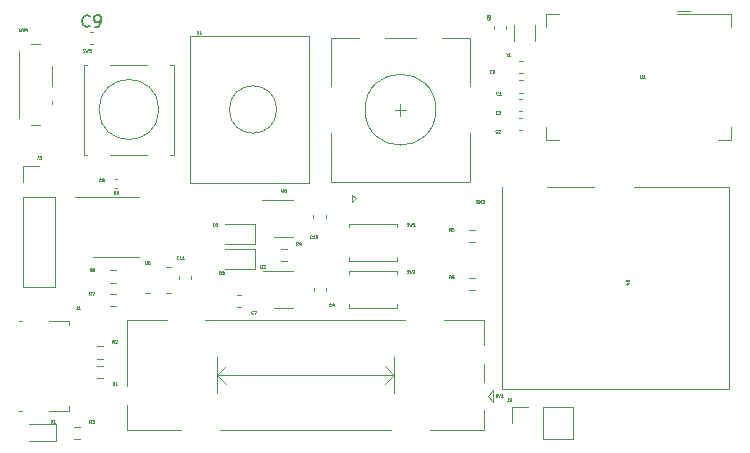
<source format=gbr>
%TF.GenerationSoftware,KiCad,Pcbnew,(6.0.6-0)*%
%TF.CreationDate,2023-05-14T21:26:16-05:00*%
%TF.ProjectId,MHC_MAIN_REV_2,4d48435f-4d41-4494-9e5f-5245565f322e,rev?*%
%TF.SameCoordinates,Original*%
%TF.FileFunction,Legend,Top*%
%TF.FilePolarity,Positive*%
%FSLAX46Y46*%
G04 Gerber Fmt 4.6, Leading zero omitted, Abs format (unit mm)*
G04 Created by KiCad (PCBNEW (6.0.6-0)) date 2023-05-14 21:26:16*
%MOMM*%
%LPD*%
G01*
G04 APERTURE LIST*
%ADD10C,0.062500*%
%ADD11C,0.150000*%
%ADD12C,0.120000*%
%ADD13C,0.100000*%
G04 APERTURE END LIST*
D10*
%TO.C,U6*%
X28841723Y-42687495D02*
X28841723Y-42889876D01*
X28853628Y-42913685D01*
X28865533Y-42925590D01*
X28889342Y-42937495D01*
X28936961Y-42937495D01*
X28960771Y-42925590D01*
X28972676Y-42913685D01*
X28984580Y-42889876D01*
X28984580Y-42687495D01*
X29210771Y-42687495D02*
X29163152Y-42687495D01*
X29139342Y-42699400D01*
X29127438Y-42711304D01*
X29103628Y-42747019D01*
X29091723Y-42794638D01*
X29091723Y-42889876D01*
X29103628Y-42913685D01*
X29115533Y-42925590D01*
X29139342Y-42937495D01*
X29186961Y-42937495D01*
X29210771Y-42925590D01*
X29222676Y-42913685D01*
X29234580Y-42889876D01*
X29234580Y-42830352D01*
X29222676Y-42806542D01*
X29210771Y-42794638D01*
X29186961Y-42782733D01*
X29139342Y-42782733D01*
X29115533Y-42794638D01*
X29103628Y-42806542D01*
X29091723Y-42830352D01*
D11*
%TO.C,C9*%
X24146133Y-22760342D02*
X24098514Y-22807961D01*
X23955657Y-22855580D01*
X23860419Y-22855580D01*
X23717561Y-22807961D01*
X23622323Y-22712723D01*
X23574704Y-22617485D01*
X23527085Y-22427009D01*
X23527085Y-22284152D01*
X23574704Y-22093676D01*
X23622323Y-21998438D01*
X23717561Y-21903200D01*
X23860419Y-21855580D01*
X23955657Y-21855580D01*
X24098514Y-21903200D01*
X24146133Y-21950819D01*
X24622323Y-22855580D02*
X24812800Y-22855580D01*
X24908038Y-22807961D01*
X24955657Y-22760342D01*
X25050895Y-22617485D01*
X25098514Y-22427009D01*
X25098514Y-22046057D01*
X25050895Y-21950819D01*
X25003276Y-21903200D01*
X24908038Y-21855580D01*
X24717561Y-21855580D01*
X24622323Y-21903200D01*
X24574704Y-21950819D01*
X24527085Y-22046057D01*
X24527085Y-22284152D01*
X24574704Y-22379390D01*
X24622323Y-22427009D01*
X24717561Y-22474628D01*
X24908038Y-22474628D01*
X25003276Y-22427009D01*
X25050895Y-22379390D01*
X25098514Y-22284152D01*
D10*
%TO.C,S1*%
X33210523Y-23418390D02*
X33246238Y-23430295D01*
X33305761Y-23430295D01*
X33329571Y-23418390D01*
X33341476Y-23406485D01*
X33353380Y-23382676D01*
X33353380Y-23358866D01*
X33341476Y-23335057D01*
X33329571Y-23323152D01*
X33305761Y-23311247D01*
X33258142Y-23299342D01*
X33234333Y-23287438D01*
X33222428Y-23275533D01*
X33210523Y-23251723D01*
X33210523Y-23227914D01*
X33222428Y-23204104D01*
X33234333Y-23192200D01*
X33258142Y-23180295D01*
X33317666Y-23180295D01*
X33353380Y-23192200D01*
X33591476Y-23430295D02*
X33448619Y-23430295D01*
X33520047Y-23430295D02*
X33520047Y-23180295D01*
X33496238Y-23216009D01*
X33472428Y-23239819D01*
X33448619Y-23251723D01*
%TO.C,U4*%
X69826904Y-44259523D02*
X69624523Y-44259523D01*
X69600714Y-44271428D01*
X69588809Y-44283333D01*
X69576904Y-44307142D01*
X69576904Y-44354761D01*
X69588809Y-44378571D01*
X69600714Y-44390476D01*
X69624523Y-44402380D01*
X69826904Y-44402380D01*
X69743571Y-44628571D02*
X69576904Y-44628571D01*
X69838809Y-44569047D02*
X69660238Y-44509523D01*
X69660238Y-44664285D01*
%TO.C,SW4*%
X18183266Y-23215190D02*
X18218980Y-23227095D01*
X18278504Y-23227095D01*
X18302314Y-23215190D01*
X18314219Y-23203285D01*
X18326123Y-23179476D01*
X18326123Y-23155666D01*
X18314219Y-23131857D01*
X18302314Y-23119952D01*
X18278504Y-23108047D01*
X18230885Y-23096142D01*
X18207076Y-23084238D01*
X18195171Y-23072333D01*
X18183266Y-23048523D01*
X18183266Y-23024714D01*
X18195171Y-23000904D01*
X18207076Y-22989000D01*
X18230885Y-22977095D01*
X18290409Y-22977095D01*
X18326123Y-22989000D01*
X18409457Y-22977095D02*
X18468980Y-23227095D01*
X18516600Y-23048523D01*
X18564219Y-23227095D01*
X18623742Y-22977095D01*
X18826123Y-23060428D02*
X18826123Y-23227095D01*
X18766600Y-22965190D02*
X18707076Y-23143761D01*
X18861838Y-23143761D01*
%TO.C,SW3*%
X56867466Y-37743990D02*
X56903180Y-37755895D01*
X56962704Y-37755895D01*
X56986514Y-37743990D01*
X56998419Y-37732085D01*
X57010323Y-37708276D01*
X57010323Y-37684466D01*
X56998419Y-37660657D01*
X56986514Y-37648752D01*
X56962704Y-37636847D01*
X56915085Y-37624942D01*
X56891276Y-37613038D01*
X56879371Y-37601133D01*
X56867466Y-37577323D01*
X56867466Y-37553514D01*
X56879371Y-37529704D01*
X56891276Y-37517800D01*
X56915085Y-37505895D01*
X56974609Y-37505895D01*
X57010323Y-37517800D01*
X57093657Y-37505895D02*
X57153180Y-37755895D01*
X57200800Y-37577323D01*
X57248419Y-37755895D01*
X57307942Y-37505895D01*
X57379371Y-37505895D02*
X57534133Y-37505895D01*
X57450800Y-37601133D01*
X57486514Y-37601133D01*
X57510323Y-37613038D01*
X57522228Y-37624942D01*
X57534133Y-37648752D01*
X57534133Y-37708276D01*
X57522228Y-37732085D01*
X57510323Y-37743990D01*
X57486514Y-37755895D01*
X57415085Y-37755895D01*
X57391276Y-37743990D01*
X57379371Y-37732085D01*
%TO.C,D3*%
X34588076Y-39711695D02*
X34588076Y-39461695D01*
X34647600Y-39461695D01*
X34683314Y-39473600D01*
X34707123Y-39497409D01*
X34719028Y-39521219D01*
X34730933Y-39568838D01*
X34730933Y-39604552D01*
X34719028Y-39652171D01*
X34707123Y-39675980D01*
X34683314Y-39699790D01*
X34647600Y-39711695D01*
X34588076Y-39711695D01*
X34814266Y-39461695D02*
X34969028Y-39461695D01*
X34885695Y-39556933D01*
X34921409Y-39556933D01*
X34945219Y-39568838D01*
X34957123Y-39580742D01*
X34969028Y-39604552D01*
X34969028Y-39664076D01*
X34957123Y-39687885D01*
X34945219Y-39699790D01*
X34921409Y-39711695D01*
X34849980Y-39711695D01*
X34826171Y-39699790D01*
X34814266Y-39687885D01*
%TO.C,U3*%
X26189523Y-36718495D02*
X26189523Y-36920876D01*
X26201428Y-36944685D01*
X26213333Y-36956590D01*
X26237142Y-36968495D01*
X26284761Y-36968495D01*
X26308571Y-36956590D01*
X26320476Y-36944685D01*
X26332380Y-36920876D01*
X26332380Y-36718495D01*
X26427619Y-36718495D02*
X26582380Y-36718495D01*
X26499047Y-36813733D01*
X26534761Y-36813733D01*
X26558571Y-36825638D01*
X26570476Y-36837542D01*
X26582380Y-36861352D01*
X26582380Y-36920876D01*
X26570476Y-36944685D01*
X26558571Y-36956590D01*
X26534761Y-36968495D01*
X26463333Y-36968495D01*
X26439523Y-36956590D01*
X26427619Y-36944685D01*
%TO.C,SW5*%
X23568066Y-24967790D02*
X23603780Y-24979695D01*
X23663304Y-24979695D01*
X23687114Y-24967790D01*
X23699019Y-24955885D01*
X23710923Y-24932076D01*
X23710923Y-24908266D01*
X23699019Y-24884457D01*
X23687114Y-24872552D01*
X23663304Y-24860647D01*
X23615685Y-24848742D01*
X23591876Y-24836838D01*
X23579971Y-24824933D01*
X23568066Y-24801123D01*
X23568066Y-24777314D01*
X23579971Y-24753504D01*
X23591876Y-24741600D01*
X23615685Y-24729695D01*
X23675209Y-24729695D01*
X23710923Y-24741600D01*
X23794257Y-24729695D02*
X23853780Y-24979695D01*
X23901400Y-24801123D01*
X23949019Y-24979695D01*
X24008542Y-24729695D01*
X24222828Y-24729695D02*
X24103780Y-24729695D01*
X24091876Y-24848742D01*
X24103780Y-24836838D01*
X24127590Y-24824933D01*
X24187114Y-24824933D01*
X24210923Y-24836838D01*
X24222828Y-24848742D01*
X24234733Y-24872552D01*
X24234733Y-24932076D01*
X24222828Y-24955885D01*
X24210923Y-24967790D01*
X24187114Y-24979695D01*
X24127590Y-24979695D01*
X24103780Y-24967790D01*
X24091876Y-24955885D01*
%TO.C,J2*%
X59581266Y-54295295D02*
X59581266Y-54473866D01*
X59569361Y-54509580D01*
X59545552Y-54533390D01*
X59509838Y-54545295D01*
X59486028Y-54545295D01*
X59688409Y-54319104D02*
X59700314Y-54307200D01*
X59724123Y-54295295D01*
X59783647Y-54295295D01*
X59807457Y-54307200D01*
X59819361Y-54319104D01*
X59831266Y-54342914D01*
X59831266Y-54366723D01*
X59819361Y-54402438D01*
X59676504Y-54545295D01*
X59831266Y-54545295D01*
%TO.C,Y1*%
X59443952Y-25165447D02*
X59443952Y-25284495D01*
X59360619Y-25034495D02*
X59443952Y-25165447D01*
X59527285Y-25034495D01*
X59741571Y-25284495D02*
X59598714Y-25284495D01*
X59670142Y-25284495D02*
X59670142Y-25034495D01*
X59646333Y-25070209D01*
X59622523Y-25094019D01*
X59598714Y-25105923D01*
%TO.C,C7*%
X37982133Y-47130085D02*
X37970228Y-47141990D01*
X37934514Y-47153895D01*
X37910704Y-47153895D01*
X37874990Y-47141990D01*
X37851180Y-47118180D01*
X37839276Y-47094371D01*
X37827371Y-47046752D01*
X37827371Y-47011038D01*
X37839276Y-46963419D01*
X37851180Y-46939609D01*
X37874990Y-46915800D01*
X37910704Y-46903895D01*
X37934514Y-46903895D01*
X37970228Y-46915800D01*
X37982133Y-46927704D01*
X38065466Y-46903895D02*
X38232133Y-46903895D01*
X38124990Y-47153895D01*
%TO.C,C11*%
X31665485Y-42481885D02*
X31653580Y-42493790D01*
X31617866Y-42505695D01*
X31594057Y-42505695D01*
X31558342Y-42493790D01*
X31534533Y-42469980D01*
X31522628Y-42446171D01*
X31510723Y-42398552D01*
X31510723Y-42362838D01*
X31522628Y-42315219D01*
X31534533Y-42291409D01*
X31558342Y-42267600D01*
X31594057Y-42255695D01*
X31617866Y-42255695D01*
X31653580Y-42267600D01*
X31665485Y-42279504D01*
X31903580Y-42505695D02*
X31760723Y-42505695D01*
X31832152Y-42505695D02*
X31832152Y-42255695D01*
X31808342Y-42291409D01*
X31784533Y-42315219D01*
X31760723Y-42327123D01*
X32141676Y-42505695D02*
X31998819Y-42505695D01*
X32070247Y-42505695D02*
X32070247Y-42255695D01*
X32046438Y-42291409D01*
X32022628Y-42315219D01*
X31998819Y-42327123D01*
%TO.C,J1*%
X23079866Y-46522895D02*
X23079866Y-46701466D01*
X23067961Y-46737180D01*
X23044152Y-46760990D01*
X23008438Y-46772895D01*
X22984628Y-46772895D01*
X23329866Y-46772895D02*
X23187009Y-46772895D01*
X23258438Y-46772895D02*
X23258438Y-46522895D01*
X23234628Y-46558609D01*
X23210819Y-46582419D01*
X23187009Y-46594323D01*
%TO.C,R7*%
X24266133Y-45553695D02*
X24182800Y-45434647D01*
X24123276Y-45553695D02*
X24123276Y-45303695D01*
X24218514Y-45303695D01*
X24242323Y-45315600D01*
X24254228Y-45327504D01*
X24266133Y-45351314D01*
X24266133Y-45387028D01*
X24254228Y-45410838D01*
X24242323Y-45422742D01*
X24218514Y-45434647D01*
X24123276Y-45434647D01*
X24349466Y-45303695D02*
X24516133Y-45303695D01*
X24408990Y-45553695D01*
%TO.C,D2*%
X35121476Y-43801095D02*
X35121476Y-43551095D01*
X35181000Y-43551095D01*
X35216714Y-43563000D01*
X35240523Y-43586809D01*
X35252428Y-43610619D01*
X35264333Y-43658238D01*
X35264333Y-43693952D01*
X35252428Y-43741571D01*
X35240523Y-43765380D01*
X35216714Y-43789190D01*
X35181000Y-43801095D01*
X35121476Y-43801095D01*
X35359571Y-43574904D02*
X35371476Y-43563000D01*
X35395285Y-43551095D01*
X35454809Y-43551095D01*
X35478619Y-43563000D01*
X35490523Y-43574904D01*
X35502428Y-43598714D01*
X35502428Y-43622523D01*
X35490523Y-43658238D01*
X35347666Y-43801095D01*
X35502428Y-43801095D01*
%TO.C,C6*%
X58175133Y-26708485D02*
X58163228Y-26720390D01*
X58127514Y-26732295D01*
X58103704Y-26732295D01*
X58067990Y-26720390D01*
X58044180Y-26696580D01*
X58032276Y-26672771D01*
X58020371Y-26625152D01*
X58020371Y-26589438D01*
X58032276Y-26541819D01*
X58044180Y-26518009D01*
X58067990Y-26494200D01*
X58103704Y-26482295D01*
X58127514Y-26482295D01*
X58163228Y-26494200D01*
X58175133Y-26506104D01*
X58389419Y-26482295D02*
X58341800Y-26482295D01*
X58317990Y-26494200D01*
X58306085Y-26506104D01*
X58282276Y-26541819D01*
X58270371Y-26589438D01*
X58270371Y-26684676D01*
X58282276Y-26708485D01*
X58294180Y-26720390D01*
X58317990Y-26732295D01*
X58365609Y-26732295D01*
X58389419Y-26720390D01*
X58401323Y-26708485D01*
X58413228Y-26684676D01*
X58413228Y-26625152D01*
X58401323Y-26601342D01*
X58389419Y-26589438D01*
X58365609Y-26577533D01*
X58317990Y-26577533D01*
X58294180Y-26589438D01*
X58282276Y-26601342D01*
X58270371Y-26625152D01*
%TO.C,U2*%
X38595323Y-43017695D02*
X38595323Y-43220076D01*
X38607228Y-43243885D01*
X38619133Y-43255790D01*
X38642942Y-43267695D01*
X38690561Y-43267695D01*
X38714371Y-43255790D01*
X38726276Y-43243885D01*
X38738180Y-43220076D01*
X38738180Y-43017695D01*
X38845323Y-43041504D02*
X38857228Y-43029600D01*
X38881038Y-43017695D01*
X38940561Y-43017695D01*
X38964371Y-43029600D01*
X38976276Y-43041504D01*
X38988180Y-43065314D01*
X38988180Y-43089123D01*
X38976276Y-43124838D01*
X38833419Y-43267695D01*
X38988180Y-43267695D01*
%TO.C,SW2*%
X50974666Y-43662190D02*
X51010380Y-43674095D01*
X51069904Y-43674095D01*
X51093714Y-43662190D01*
X51105619Y-43650285D01*
X51117523Y-43626476D01*
X51117523Y-43602666D01*
X51105619Y-43578857D01*
X51093714Y-43566952D01*
X51069904Y-43555047D01*
X51022285Y-43543142D01*
X50998476Y-43531238D01*
X50986571Y-43519333D01*
X50974666Y-43495523D01*
X50974666Y-43471714D01*
X50986571Y-43447904D01*
X50998476Y-43436000D01*
X51022285Y-43424095D01*
X51081809Y-43424095D01*
X51117523Y-43436000D01*
X51200857Y-43424095D02*
X51260380Y-43674095D01*
X51308000Y-43495523D01*
X51355619Y-43674095D01*
X51415142Y-43424095D01*
X51498476Y-43447904D02*
X51510380Y-43436000D01*
X51534190Y-43424095D01*
X51593714Y-43424095D01*
X51617523Y-43436000D01*
X51629428Y-43447904D01*
X51641333Y-43471714D01*
X51641333Y-43495523D01*
X51629428Y-43531238D01*
X51486571Y-43674095D01*
X51641333Y-43674095D01*
%TO.C,RV1*%
X58677590Y-54189695D02*
X58594257Y-54070647D01*
X58534733Y-54189695D02*
X58534733Y-53939695D01*
X58629971Y-53939695D01*
X58653780Y-53951600D01*
X58665685Y-53963504D01*
X58677590Y-53987314D01*
X58677590Y-54023028D01*
X58665685Y-54046838D01*
X58653780Y-54058742D01*
X58629971Y-54070647D01*
X58534733Y-54070647D01*
X58749019Y-53939695D02*
X58832352Y-54189695D01*
X58915685Y-53939695D01*
X59129971Y-54189695D02*
X58987114Y-54189695D01*
X59058542Y-54189695D02*
X59058542Y-53939695D01*
X59034733Y-53975409D01*
X59010923Y-53999219D01*
X58987114Y-54011123D01*
%TO.C,C10*%
X42943085Y-40729285D02*
X42931180Y-40741190D01*
X42895466Y-40753095D01*
X42871657Y-40753095D01*
X42835942Y-40741190D01*
X42812133Y-40717380D01*
X42800228Y-40693571D01*
X42788323Y-40645952D01*
X42788323Y-40610238D01*
X42800228Y-40562619D01*
X42812133Y-40538809D01*
X42835942Y-40515000D01*
X42871657Y-40503095D01*
X42895466Y-40503095D01*
X42931180Y-40515000D01*
X42943085Y-40526904D01*
X43181180Y-40753095D02*
X43038323Y-40753095D01*
X43109752Y-40753095D02*
X43109752Y-40503095D01*
X43085942Y-40538809D01*
X43062133Y-40562619D01*
X43038323Y-40574523D01*
X43335942Y-40503095D02*
X43359752Y-40503095D01*
X43383561Y-40515000D01*
X43395466Y-40526904D01*
X43407371Y-40550714D01*
X43419276Y-40598333D01*
X43419276Y-40657857D01*
X43407371Y-40705476D01*
X43395466Y-40729285D01*
X43383561Y-40741190D01*
X43359752Y-40753095D01*
X43335942Y-40753095D01*
X43312133Y-40741190D01*
X43300228Y-40729285D01*
X43288323Y-40705476D01*
X43276419Y-40657857D01*
X43276419Y-40598333D01*
X43288323Y-40550714D01*
X43300228Y-40526904D01*
X43312133Y-40515000D01*
X43335942Y-40503095D01*
%TO.C,R6*%
X54720733Y-44131295D02*
X54637400Y-44012247D01*
X54577876Y-44131295D02*
X54577876Y-43881295D01*
X54673114Y-43881295D01*
X54696923Y-43893200D01*
X54708828Y-43905104D01*
X54720733Y-43928914D01*
X54720733Y-43964628D01*
X54708828Y-43988438D01*
X54696923Y-44000342D01*
X54673114Y-44012247D01*
X54577876Y-44012247D01*
X54935019Y-43881295D02*
X54887400Y-43881295D01*
X54863590Y-43893200D01*
X54851685Y-43905104D01*
X54827876Y-43940819D01*
X54815971Y-43988438D01*
X54815971Y-44083676D01*
X54827876Y-44107485D01*
X54839780Y-44119390D01*
X54863590Y-44131295D01*
X54911209Y-44131295D01*
X54935019Y-44119390D01*
X54946923Y-44107485D01*
X54958828Y-44083676D01*
X54958828Y-44024152D01*
X54946923Y-44000342D01*
X54935019Y-43988438D01*
X54911209Y-43976533D01*
X54863590Y-43976533D01*
X54839780Y-43988438D01*
X54827876Y-44000342D01*
X54815971Y-44024152D01*
%TO.C,C8*%
X25104333Y-35903285D02*
X25092428Y-35915190D01*
X25056714Y-35927095D01*
X25032904Y-35927095D01*
X24997190Y-35915190D01*
X24973380Y-35891380D01*
X24961476Y-35867571D01*
X24949571Y-35819952D01*
X24949571Y-35784238D01*
X24961476Y-35736619D01*
X24973380Y-35712809D01*
X24997190Y-35689000D01*
X25032904Y-35677095D01*
X25056714Y-35677095D01*
X25092428Y-35689000D01*
X25104333Y-35700904D01*
X25247190Y-35784238D02*
X25223380Y-35772333D01*
X25211476Y-35760428D01*
X25199571Y-35736619D01*
X25199571Y-35724714D01*
X25211476Y-35700904D01*
X25223380Y-35689000D01*
X25247190Y-35677095D01*
X25294809Y-35677095D01*
X25318619Y-35689000D01*
X25330523Y-35700904D01*
X25342428Y-35724714D01*
X25342428Y-35736619D01*
X25330523Y-35760428D01*
X25318619Y-35772333D01*
X25294809Y-35784238D01*
X25247190Y-35784238D01*
X25223380Y-35796142D01*
X25211476Y-35808047D01*
X25199571Y-35831857D01*
X25199571Y-35879476D01*
X25211476Y-35903285D01*
X25223380Y-35915190D01*
X25247190Y-35927095D01*
X25294809Y-35927095D01*
X25318619Y-35915190D01*
X25330523Y-35903285D01*
X25342428Y-35879476D01*
X25342428Y-35831857D01*
X25330523Y-35808047D01*
X25318619Y-35796142D01*
X25294809Y-35784238D01*
%TO.C,R2*%
X26196533Y-49592295D02*
X26113200Y-49473247D01*
X26053676Y-49592295D02*
X26053676Y-49342295D01*
X26148914Y-49342295D01*
X26172723Y-49354200D01*
X26184628Y-49366104D01*
X26196533Y-49389914D01*
X26196533Y-49425628D01*
X26184628Y-49449438D01*
X26172723Y-49461342D01*
X26148914Y-49473247D01*
X26053676Y-49473247D01*
X26291771Y-49366104D02*
X26303676Y-49354200D01*
X26327485Y-49342295D01*
X26387009Y-49342295D01*
X26410819Y-49354200D01*
X26422723Y-49366104D01*
X26434628Y-49389914D01*
X26434628Y-49413723D01*
X26422723Y-49449438D01*
X26279866Y-49592295D01*
X26434628Y-49592295D01*
%TO.C,U1*%
X70751723Y-26964895D02*
X70751723Y-27167276D01*
X70763628Y-27191085D01*
X70775533Y-27202990D01*
X70799342Y-27214895D01*
X70846961Y-27214895D01*
X70870771Y-27202990D01*
X70882676Y-27191085D01*
X70894580Y-27167276D01*
X70894580Y-26964895D01*
X71144580Y-27214895D02*
X71001723Y-27214895D01*
X71073152Y-27214895D02*
X71073152Y-26964895D01*
X71049342Y-27000609D01*
X71025533Y-27024419D01*
X71001723Y-27036323D01*
%TO.C,C2*%
X58657733Y-31788485D02*
X58645828Y-31800390D01*
X58610114Y-31812295D01*
X58586304Y-31812295D01*
X58550590Y-31800390D01*
X58526780Y-31776580D01*
X58514876Y-31752771D01*
X58502971Y-31705152D01*
X58502971Y-31669438D01*
X58514876Y-31621819D01*
X58526780Y-31598009D01*
X58550590Y-31574200D01*
X58586304Y-31562295D01*
X58610114Y-31562295D01*
X58645828Y-31574200D01*
X58657733Y-31586104D01*
X58752971Y-31586104D02*
X58764876Y-31574200D01*
X58788685Y-31562295D01*
X58848209Y-31562295D01*
X58872019Y-31574200D01*
X58883923Y-31586104D01*
X58895828Y-31609914D01*
X58895828Y-31633723D01*
X58883923Y-31669438D01*
X58741066Y-31812295D01*
X58895828Y-31812295D01*
%TO.C,C4*%
X44586133Y-46495085D02*
X44574228Y-46506990D01*
X44538514Y-46518895D01*
X44514704Y-46518895D01*
X44478990Y-46506990D01*
X44455180Y-46483180D01*
X44443276Y-46459371D01*
X44431371Y-46411752D01*
X44431371Y-46376038D01*
X44443276Y-46328419D01*
X44455180Y-46304609D01*
X44478990Y-46280800D01*
X44514704Y-46268895D01*
X44538514Y-46268895D01*
X44574228Y-46280800D01*
X44586133Y-46292704D01*
X44800419Y-46352228D02*
X44800419Y-46518895D01*
X44740895Y-46256990D02*
X44681371Y-46435561D01*
X44836133Y-46435561D01*
%TO.C,D1*%
X20846676Y-56348695D02*
X20846676Y-56098695D01*
X20906200Y-56098695D01*
X20941914Y-56110600D01*
X20965723Y-56134409D01*
X20977628Y-56158219D01*
X20989533Y-56205838D01*
X20989533Y-56241552D01*
X20977628Y-56289171D01*
X20965723Y-56312980D01*
X20941914Y-56336790D01*
X20906200Y-56348695D01*
X20846676Y-56348695D01*
X21227628Y-56348695D02*
X21084771Y-56348695D01*
X21156200Y-56348695D02*
X21156200Y-56098695D01*
X21132390Y-56134409D01*
X21108580Y-56158219D01*
X21084771Y-56170123D01*
%TO.C,R1*%
X26247333Y-53148295D02*
X26164000Y-53029247D01*
X26104476Y-53148295D02*
X26104476Y-52898295D01*
X26199714Y-52898295D01*
X26223523Y-52910200D01*
X26235428Y-52922104D01*
X26247333Y-52945914D01*
X26247333Y-52981628D01*
X26235428Y-53005438D01*
X26223523Y-53017342D01*
X26199714Y-53029247D01*
X26104476Y-53029247D01*
X26485428Y-53148295D02*
X26342571Y-53148295D01*
X26414000Y-53148295D02*
X26414000Y-52898295D01*
X26390190Y-52934009D01*
X26366380Y-52957819D01*
X26342571Y-52969723D01*
%TO.C,R4*%
X41792133Y-41311895D02*
X41708800Y-41192847D01*
X41649276Y-41311895D02*
X41649276Y-41061895D01*
X41744514Y-41061895D01*
X41768323Y-41073800D01*
X41780228Y-41085704D01*
X41792133Y-41109514D01*
X41792133Y-41145228D01*
X41780228Y-41169038D01*
X41768323Y-41180942D01*
X41744514Y-41192847D01*
X41649276Y-41192847D01*
X42006419Y-41145228D02*
X42006419Y-41311895D01*
X41946895Y-41049990D02*
X41887371Y-41228561D01*
X42042133Y-41228561D01*
%TO.C,C3*%
X58683133Y-30213685D02*
X58671228Y-30225590D01*
X58635514Y-30237495D01*
X58611704Y-30237495D01*
X58575990Y-30225590D01*
X58552180Y-30201780D01*
X58540276Y-30177971D01*
X58528371Y-30130352D01*
X58528371Y-30094638D01*
X58540276Y-30047019D01*
X58552180Y-30023209D01*
X58575990Y-29999400D01*
X58611704Y-29987495D01*
X58635514Y-29987495D01*
X58671228Y-29999400D01*
X58683133Y-30011304D01*
X58766466Y-29987495D02*
X58921228Y-29987495D01*
X58837895Y-30082733D01*
X58873609Y-30082733D01*
X58897419Y-30094638D01*
X58909323Y-30106542D01*
X58921228Y-30130352D01*
X58921228Y-30189876D01*
X58909323Y-30213685D01*
X58897419Y-30225590D01*
X58873609Y-30237495D01*
X58802180Y-30237495D01*
X58778371Y-30225590D01*
X58766466Y-30213685D01*
%TO.C,U5*%
X40389523Y-36563095D02*
X40389523Y-36765476D01*
X40401428Y-36789285D01*
X40413333Y-36801190D01*
X40437142Y-36813095D01*
X40484761Y-36813095D01*
X40508571Y-36801190D01*
X40520476Y-36789285D01*
X40532380Y-36765476D01*
X40532380Y-36563095D01*
X40770476Y-36563095D02*
X40651428Y-36563095D01*
X40639523Y-36682142D01*
X40651428Y-36670238D01*
X40675238Y-36658333D01*
X40734761Y-36658333D01*
X40758571Y-36670238D01*
X40770476Y-36682142D01*
X40782380Y-36705952D01*
X40782380Y-36765476D01*
X40770476Y-36789285D01*
X40758571Y-36801190D01*
X40734761Y-36813095D01*
X40675238Y-36813095D01*
X40651428Y-36801190D01*
X40639523Y-36789285D01*
%TO.C,C5*%
X58001285Y-22088866D02*
X58013190Y-22100771D01*
X58025095Y-22136485D01*
X58025095Y-22160295D01*
X58013190Y-22196009D01*
X57989380Y-22219819D01*
X57965571Y-22231723D01*
X57917952Y-22243628D01*
X57882238Y-22243628D01*
X57834619Y-22231723D01*
X57810809Y-22219819D01*
X57787000Y-22196009D01*
X57775095Y-22160295D01*
X57775095Y-22136485D01*
X57787000Y-22100771D01*
X57798904Y-22088866D01*
X57775095Y-21862676D02*
X57775095Y-21981723D01*
X57894142Y-21993628D01*
X57882238Y-21981723D01*
X57870333Y-21957914D01*
X57870333Y-21898390D01*
X57882238Y-21874580D01*
X57894142Y-21862676D01*
X57917952Y-21850771D01*
X57977476Y-21850771D01*
X58001285Y-21862676D01*
X58013190Y-21874580D01*
X58025095Y-21898390D01*
X58025095Y-21957914D01*
X58013190Y-21981723D01*
X58001285Y-21993628D01*
%TO.C,C1*%
X58708533Y-28588085D02*
X58696628Y-28599990D01*
X58660914Y-28611895D01*
X58637104Y-28611895D01*
X58601390Y-28599990D01*
X58577580Y-28576180D01*
X58565676Y-28552371D01*
X58553771Y-28504752D01*
X58553771Y-28469038D01*
X58565676Y-28421419D01*
X58577580Y-28397609D01*
X58601390Y-28373800D01*
X58637104Y-28361895D01*
X58660914Y-28361895D01*
X58696628Y-28373800D01*
X58708533Y-28385704D01*
X58946628Y-28611895D02*
X58803771Y-28611895D01*
X58875200Y-28611895D02*
X58875200Y-28361895D01*
X58851390Y-28397609D01*
X58827580Y-28421419D01*
X58803771Y-28433323D01*
%TO.C,J3*%
X19766666Y-33772095D02*
X19766666Y-33950666D01*
X19754761Y-33986380D01*
X19730952Y-34010190D01*
X19695238Y-34022095D01*
X19671428Y-34022095D01*
X19861904Y-33772095D02*
X20016666Y-33772095D01*
X19933333Y-33867333D01*
X19969047Y-33867333D01*
X19992857Y-33879238D01*
X20004761Y-33891142D01*
X20016666Y-33914952D01*
X20016666Y-33974476D01*
X20004761Y-33998285D01*
X19992857Y-34010190D01*
X19969047Y-34022095D01*
X19897619Y-34022095D01*
X19873809Y-34010190D01*
X19861904Y-33998285D01*
%TO.C,SW1*%
X51000066Y-39674390D02*
X51035780Y-39686295D01*
X51095304Y-39686295D01*
X51119114Y-39674390D01*
X51131019Y-39662485D01*
X51142923Y-39638676D01*
X51142923Y-39614866D01*
X51131019Y-39591057D01*
X51119114Y-39579152D01*
X51095304Y-39567247D01*
X51047685Y-39555342D01*
X51023876Y-39543438D01*
X51011971Y-39531533D01*
X51000066Y-39507723D01*
X51000066Y-39483914D01*
X51011971Y-39460104D01*
X51023876Y-39448200D01*
X51047685Y-39436295D01*
X51107209Y-39436295D01*
X51142923Y-39448200D01*
X51226257Y-39436295D02*
X51285780Y-39686295D01*
X51333400Y-39507723D01*
X51381019Y-39686295D01*
X51440542Y-39436295D01*
X51666733Y-39686295D02*
X51523876Y-39686295D01*
X51595304Y-39686295D02*
X51595304Y-39436295D01*
X51571495Y-39472009D01*
X51547685Y-39495819D01*
X51523876Y-39507723D01*
%TO.C,R5*%
X54720733Y-40118095D02*
X54637400Y-39999047D01*
X54577876Y-40118095D02*
X54577876Y-39868095D01*
X54673114Y-39868095D01*
X54696923Y-39880000D01*
X54708828Y-39891904D01*
X54720733Y-39915714D01*
X54720733Y-39951428D01*
X54708828Y-39975238D01*
X54696923Y-39987142D01*
X54673114Y-39999047D01*
X54577876Y-39999047D01*
X54946923Y-39868095D02*
X54827876Y-39868095D01*
X54815971Y-39987142D01*
X54827876Y-39975238D01*
X54851685Y-39963333D01*
X54911209Y-39963333D01*
X54935019Y-39975238D01*
X54946923Y-39987142D01*
X54958828Y-40010952D01*
X54958828Y-40070476D01*
X54946923Y-40094285D01*
X54935019Y-40106190D01*
X54911209Y-40118095D01*
X54851685Y-40118095D01*
X54827876Y-40106190D01*
X54815971Y-40094285D01*
%TO.C,R3*%
X24266133Y-56399495D02*
X24182800Y-56280447D01*
X24123276Y-56399495D02*
X24123276Y-56149495D01*
X24218514Y-56149495D01*
X24242323Y-56161400D01*
X24254228Y-56173304D01*
X24266133Y-56197114D01*
X24266133Y-56232828D01*
X24254228Y-56256638D01*
X24242323Y-56268542D01*
X24218514Y-56280447D01*
X24123276Y-56280447D01*
X24349466Y-56149495D02*
X24504228Y-56149495D01*
X24420895Y-56244733D01*
X24456609Y-56244733D01*
X24480419Y-56256638D01*
X24492323Y-56268542D01*
X24504228Y-56292352D01*
X24504228Y-56351876D01*
X24492323Y-56375685D01*
X24480419Y-56387590D01*
X24456609Y-56399495D01*
X24385180Y-56399495D01*
X24361371Y-56387590D01*
X24349466Y-56375685D01*
%TO.C,R8*%
X24291533Y-43547095D02*
X24208200Y-43428047D01*
X24148676Y-43547095D02*
X24148676Y-43297095D01*
X24243914Y-43297095D01*
X24267723Y-43309000D01*
X24279628Y-43320904D01*
X24291533Y-43344714D01*
X24291533Y-43380428D01*
X24279628Y-43404238D01*
X24267723Y-43416142D01*
X24243914Y-43428047D01*
X24148676Y-43428047D01*
X24434390Y-43404238D02*
X24410580Y-43392333D01*
X24398676Y-43380428D01*
X24386771Y-43356619D01*
X24386771Y-43344714D01*
X24398676Y-43320904D01*
X24410580Y-43309000D01*
X24434390Y-43297095D01*
X24482009Y-43297095D01*
X24505819Y-43309000D01*
X24517723Y-43320904D01*
X24529628Y-43344714D01*
X24529628Y-43356619D01*
X24517723Y-43380428D01*
X24505819Y-43392333D01*
X24482009Y-43404238D01*
X24434390Y-43404238D01*
X24410580Y-43416142D01*
X24398676Y-43428047D01*
X24386771Y-43451857D01*
X24386771Y-43499476D01*
X24398676Y-43523285D01*
X24410580Y-43535190D01*
X24434390Y-43547095D01*
X24482009Y-43547095D01*
X24505819Y-43535190D01*
X24517723Y-43523285D01*
X24529628Y-43499476D01*
X24529628Y-43451857D01*
X24517723Y-43428047D01*
X24505819Y-43416142D01*
X24482009Y-43404238D01*
D12*
%TO.C,U6*%
X30589200Y-45399600D02*
X31014200Y-45399600D01*
X30589200Y-43179600D02*
X31014200Y-43179600D01*
X29219200Y-45399600D02*
X28794200Y-45399600D01*
%TO.C,C9*%
X24172220Y-24343200D02*
X24453380Y-24343200D01*
X24172220Y-23323200D02*
X24453380Y-23323200D01*
%TO.C,S1*%
X32680000Y-23622500D02*
X32680000Y-36097500D01*
X42680000Y-36097500D02*
X32680000Y-36097500D01*
X42680000Y-23622500D02*
X32680000Y-23622500D01*
X42680000Y-36097500D02*
X42680000Y-23622500D01*
X39980000Y-29847500D02*
G75*
G03*
X39980000Y-29847500I-2000000J0D01*
G01*
%TO.C,U4*%
X62840000Y-36450000D02*
X66840000Y-36450000D01*
D13*
X78290000Y-53500000D02*
X59040000Y-53500000D01*
X59040000Y-53500000D02*
X59040000Y-36450000D01*
X78290000Y-36450000D02*
X70215000Y-36450000D01*
X78290000Y-53500000D02*
X78290000Y-36450000D01*
D12*
%TO.C,SW4*%
X20990000Y-29140000D02*
X20990000Y-29340000D01*
X19150000Y-31190000D02*
X19940000Y-31190000D01*
X18140000Y-24890000D02*
X18140000Y-30590000D01*
X20990000Y-26140000D02*
X20990000Y-27840000D01*
X19940000Y-24290000D02*
X19150000Y-24290000D01*
%TO.C,SW3*%
X46665000Y-37360000D02*
X46365000Y-37660000D01*
X44565000Y-31860000D02*
X44565000Y-35960000D01*
X56365000Y-23760000D02*
X56365000Y-27860000D01*
X46365000Y-37660000D02*
X46365000Y-37060000D01*
X44565000Y-27860000D02*
X44565000Y-23760000D01*
X46365000Y-37060000D02*
X46665000Y-37360000D01*
X56365000Y-31860000D02*
X56365000Y-35960000D01*
X49965000Y-29860000D02*
X50965000Y-29860000D01*
X49165000Y-23760000D02*
X51765000Y-23760000D01*
X44565000Y-35960000D02*
X56365000Y-35960000D01*
X50465000Y-30360000D02*
X50465000Y-29360000D01*
X53965000Y-23760000D02*
X56365000Y-23760000D01*
X44565000Y-23760000D02*
X46965000Y-23760000D01*
X53465000Y-29860000D02*
G75*
G03*
X53465000Y-29860000I-3000000J0D01*
G01*
%TO.C,D3*%
X38180000Y-41210000D02*
X35630000Y-41210000D01*
X38180000Y-41210000D02*
X38180000Y-39510000D01*
X38180000Y-39510000D02*
X35630000Y-39510000D01*
%TO.C,U3*%
X26390600Y-42336400D02*
X24440600Y-42336400D01*
X26390600Y-37216400D02*
X22940600Y-37216400D01*
X26390600Y-37216400D02*
X28340600Y-37216400D01*
X26390600Y-42336400D02*
X28340600Y-42336400D01*
%TO.C,SW5*%
X23660000Y-33657500D02*
X23960000Y-33657500D01*
X31280000Y-26037500D02*
X31280000Y-33657500D01*
X23660000Y-33657500D02*
X23660000Y-26037500D01*
X30980000Y-26037500D02*
X31280000Y-26037500D01*
X23660000Y-26037500D02*
X23960000Y-26037500D01*
X30980000Y-33657500D02*
X31280000Y-33657500D01*
X25900000Y-33657500D02*
X29040000Y-33657500D01*
X25900000Y-26037500D02*
X29040000Y-26037500D01*
X30010000Y-29847500D02*
G75*
G03*
X30010000Y-29847500I-2540000J0D01*
G01*
%TO.C,J2*%
X62500000Y-57720000D02*
X62500000Y-55060000D01*
X59900000Y-56390000D02*
X59900000Y-55060000D01*
X62500000Y-55060000D02*
X65100000Y-55060000D01*
X65100000Y-57720000D02*
X65100000Y-55060000D01*
X62500000Y-57720000D02*
X65100000Y-57720000D01*
X59900000Y-55060000D02*
X61230000Y-55060000D01*
%TO.C,Y1*%
X61865000Y-24035000D02*
X61865000Y-22685000D01*
X60115000Y-24035000D02*
X60115000Y-22685000D01*
%TO.C,C7*%
X36920580Y-45555000D02*
X36639420Y-45555000D01*
X36920580Y-46575000D02*
X36639420Y-46575000D01*
%TO.C,C11*%
X32713200Y-44234980D02*
X32713200Y-43953820D01*
X31693200Y-44234980D02*
X31693200Y-43953820D01*
%TO.C,J1*%
X22440000Y-55370000D02*
X20670000Y-55370000D01*
X22440000Y-55370000D02*
X22440000Y-54990000D01*
X20670000Y-47750000D02*
X22440000Y-47750000D01*
X18130000Y-47750000D02*
X18390000Y-47750000D01*
X22440000Y-47750000D02*
X22440000Y-48130000D01*
X18390000Y-55370000D02*
X18130000Y-55370000D01*
%TO.C,R7*%
X26351258Y-45464900D02*
X25876742Y-45464900D01*
X26351258Y-46509900D02*
X25876742Y-46509900D01*
%TO.C,D2*%
X38180000Y-43360000D02*
X38180000Y-41660000D01*
X38180000Y-43360000D02*
X35630000Y-43360000D01*
X38180000Y-41660000D02*
X35630000Y-41660000D01*
%TO.C,C6*%
X60800580Y-26770000D02*
X60519420Y-26770000D01*
X60800580Y-25750000D02*
X60519420Y-25750000D01*
%TO.C,U2*%
X40585000Y-43510000D02*
X38785000Y-43510000D01*
X40585000Y-46630000D02*
X41385000Y-46630000D01*
X40585000Y-43510000D02*
X41385000Y-43510000D01*
X40585000Y-46630000D02*
X39785000Y-46630000D01*
%TO.C,SW2*%
X46070000Y-43810000D02*
X46070000Y-43510000D01*
X46070000Y-43510000D02*
X50210000Y-43510000D01*
X50210000Y-46350000D02*
X50210000Y-46650000D01*
X46070000Y-46650000D02*
X46070000Y-46350000D01*
X50210000Y-43510000D02*
X50210000Y-43810000D01*
X50210000Y-46650000D02*
X46070000Y-46650000D01*
%TO.C,RV1*%
X57835000Y-54077500D02*
X58335000Y-54577500D01*
X27290000Y-53254500D02*
X27290000Y-47707500D01*
X50874000Y-47707500D02*
X33945000Y-47707500D01*
X49910000Y-52327500D02*
X49160000Y-51577500D01*
X30674000Y-47707500D02*
X27290000Y-47707500D01*
X57530000Y-56947500D02*
X52945000Y-56947500D01*
X57530000Y-49754500D02*
X57530000Y-47707500D01*
X57530000Y-52902500D02*
X57530000Y-51399500D01*
X58335000Y-54577500D02*
X58335000Y-53577500D01*
X57530000Y-47707500D02*
X54145000Y-47707500D01*
X27290000Y-56947500D02*
X27290000Y-54900500D01*
X31874000Y-56947500D02*
X27290000Y-56947500D01*
X49160000Y-53077500D02*
X49910000Y-52327500D01*
X49674000Y-56947500D02*
X35145000Y-56947500D01*
X49910000Y-53827500D02*
X49910000Y-50827500D01*
X58335000Y-53577500D02*
X57835000Y-54077500D01*
X35660000Y-53077500D02*
X34910000Y-52327500D01*
X57530000Y-56947500D02*
X57530000Y-55252500D01*
X49910000Y-52327500D02*
X34910000Y-52327500D01*
X34910000Y-52327500D02*
X35660000Y-51577500D01*
X34910000Y-53827500D02*
X34910000Y-50827500D01*
%TO.C,C10*%
X44120000Y-38784420D02*
X44120000Y-39065580D01*
X43100000Y-38784420D02*
X43100000Y-39065580D01*
%TO.C,R6*%
X56773658Y-45116900D02*
X56299142Y-45116900D01*
X56773658Y-44071900D02*
X56299142Y-44071900D01*
%TO.C,C8*%
X26487836Y-35750000D02*
X26272164Y-35750000D01*
X26487836Y-36470000D02*
X26272164Y-36470000D01*
%TO.C,R2*%
X25252258Y-50932500D02*
X24777742Y-50932500D01*
X25252258Y-49887500D02*
X24777742Y-49887500D01*
%TO.C,U1*%
X78490000Y-32460000D02*
X77390000Y-32460000D01*
X62790000Y-21760000D02*
X62790000Y-22860000D01*
X74940000Y-21510000D02*
X73840000Y-21510000D01*
X78490000Y-31360000D02*
X78490000Y-32460000D01*
X78490000Y-21760000D02*
X73840000Y-21760000D01*
X63890000Y-32460000D02*
X62790000Y-32460000D01*
X62790000Y-32460000D02*
X62790000Y-31360000D01*
X63890000Y-21760000D02*
X62790000Y-21760000D01*
X78490000Y-22860000D02*
X78490000Y-21760000D01*
%TO.C,C2*%
X60795580Y-30590000D02*
X60514420Y-30590000D01*
X60795580Y-31610000D02*
X60514420Y-31610000D01*
%TO.C,C4*%
X43105000Y-45220580D02*
X43105000Y-44939420D01*
X44125000Y-45220580D02*
X44125000Y-44939420D01*
%TO.C,D1*%
X21265000Y-56485000D02*
X18980000Y-56485000D01*
X18980000Y-57955000D02*
X21265000Y-57955000D01*
X21265000Y-57955000D02*
X21265000Y-56485000D01*
%TO.C,R1*%
X25247258Y-52582500D02*
X24772742Y-52582500D01*
X25247258Y-51537500D02*
X24772742Y-51537500D01*
%TO.C,R4*%
X40832258Y-41617500D02*
X40357742Y-41617500D01*
X40832258Y-42662500D02*
X40357742Y-42662500D01*
%TO.C,C3*%
X60795580Y-28990000D02*
X60514420Y-28990000D01*
X60795580Y-30010000D02*
X60514420Y-30010000D01*
%TO.C,U5*%
X40580000Y-37540000D02*
X38780000Y-37540000D01*
X40580000Y-40660000D02*
X41380000Y-40660000D01*
X40580000Y-37540000D02*
X41380000Y-37540000D01*
X40580000Y-40660000D02*
X39780000Y-40660000D01*
%TO.C,C5*%
X58350000Y-23025580D02*
X58350000Y-22744420D01*
X59370000Y-23025580D02*
X59370000Y-22744420D01*
%TO.C,C1*%
X60800580Y-27390000D02*
X60519420Y-27390000D01*
X60800580Y-28410000D02*
X60519420Y-28410000D01*
%TO.C,J3*%
X18520000Y-37230000D02*
X21180000Y-37230000D01*
X18520000Y-44910000D02*
X21180000Y-44910000D01*
X18520000Y-35960000D02*
X18520000Y-34630000D01*
X18520000Y-37230000D02*
X18520000Y-44910000D01*
X21180000Y-37230000D02*
X21180000Y-44910000D01*
X18520000Y-34630000D02*
X19850000Y-34630000D01*
%TO.C,SW1*%
X50210000Y-42370000D02*
X50210000Y-42670000D01*
X46070000Y-42670000D02*
X46070000Y-42370000D01*
X50210000Y-39530000D02*
X50210000Y-39830000D01*
X50210000Y-42670000D02*
X46070000Y-42670000D01*
X46070000Y-39830000D02*
X46070000Y-39530000D01*
X46070000Y-39530000D02*
X50210000Y-39530000D01*
%TO.C,R5*%
X56765458Y-41086300D02*
X56290942Y-41086300D01*
X56765458Y-40041300D02*
X56290942Y-40041300D01*
%TO.C,R3*%
X22837742Y-56697500D02*
X23312258Y-56697500D01*
X22837742Y-57742500D02*
X23312258Y-57742500D01*
%TO.C,R8*%
X26355058Y-44511300D02*
X25880542Y-44511300D01*
X26355058Y-43466300D02*
X25880542Y-43466300D01*
%TD*%
M02*

</source>
